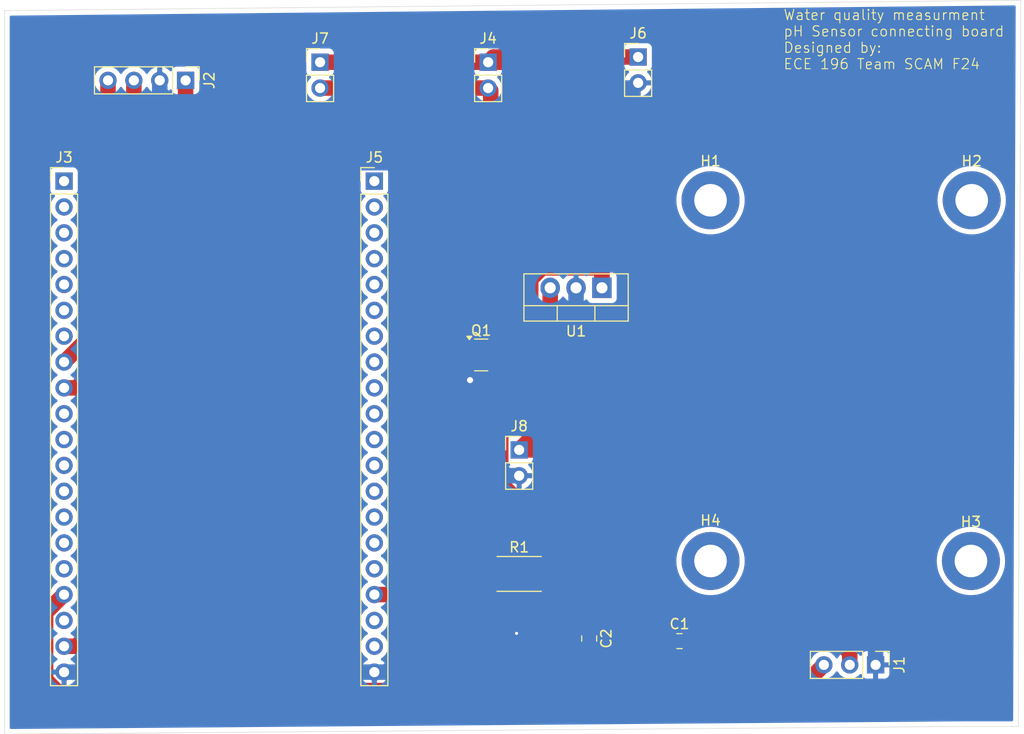
<source format=kicad_pcb>
(kicad_pcb (version 20240108) (generator "pcbnew") (generator_version "8.0")
  (layers (0 "F.Cu" signal) (31 "B.Cu" signal) (34 "B.Paste" user) (35 "F.Paste" user) (36 "B.SilkS" user "B.Silkscreen") (37 "F.SilkS" user "F.Silkscreen") (38 "B.Mask" user) (39 "F.Mask" user) (44 "Edge.Cuts" user))
  (net 0 "")
  (net 3 "/3.3")
  (net 4 "pH sen. input")
  (net 18 "SDA")
  (net 19 "SCL")
  (net 20 "GND")
  (net 21 "/IO26")
  (net 40 "Net-(Q1-G)")
  (net 41 "Net-(J8-Pin_1)")
  (net 42 "Net-(J4-Pin_1)")
  (net 43 "Net-(J4-Pin_2)")
  (footprint "Capacitor_SMD:C_0805_2012Metric_Pad1.18x1.45mm_HandSolder" (layer "F.Cu") (at 148.6115 109.474 -90)
    (property "Reference" "C2" (at 0 -1.68 90) (layer "F.SilkS"))
    (property "Value" "0.22u")
    (fp_line (start -0.261252 0.735) (end 0.261252 0.735) (stroke (width 0.12)) (layer "F.SilkS"))
    (fp_line (start -0.261252 -0.735) (end 0.261252 -0.735) (stroke (width 0.12)) (layer "F.SilkS"))
    (pad "1" smd roundrect (at -1.0375 0 270) (size 1.175 1.45) (layers "F.Cu" "F.Paste" "F.Mask") (roundrect_rratio 0.212766) (net 42 "Net-(J4-Pin_1)"))
    (pad "2" smd roundrect (at 1.0375 0 270) (size 1.175 1.45) (layers "F.Cu" "F.Paste" "F.Mask") (roundrect_rratio 0.212766) (net 20 "GND"))
  )
  (footprint "MountingHole:MountingHole_3.2mm_M3_ISO7380_Pad_TopBottom" (layer "F.Cu") (at 186.182 66.3956)
    (property "Reference" "H2" (at 0 -3.85 0) (layer "F.SilkS"))
    (property "Value" "MountingHole")
    (pad "1" thru_hole circle (at 0 0) (size 3.6 3.6) (drill 3.2) (layers "*.Cu" "*.Mask"))
    (pad "1" connect circle (at 0 0) (size 5.7 5.7) (layers "F.Cu" "F.Mask"))
    (pad "1" connect circle (at 0 0) (size 5.7 5.7) (layers "B.Cu" "B.Mask"))
  )
  (footprint "Connector_PinHeader_2.54mm:PinHeader_1x02_P2.54mm_Vertical" (layer "F.Cu") (at 122.174 52.827)
    (property "Reference" "J7" (at 0 -2.33 0) (layer "F.SilkS"))
    (property "Value" "Conn_01x02_MountingPin")
    (fp_line (start -1.33 -1.33) (end 0 -1.33) (stroke (width 0.12)) (layer "F.SilkS"))
    (fp_line (start -1.33 0) (end -1.33 -1.33) (stroke (width 0.12)) (layer "F.SilkS"))
    (fp_line (start -1.33 1.27) (end -1.33 3.87) (stroke (width 0.12)) (layer "F.SilkS"))
    (fp_line (start -1.33 1.27) (end 1.33 1.27) (stroke (width 0.12)) (layer "F.SilkS"))
    (fp_line (start -1.33 3.87) (end 1.33 3.87) (stroke (width 0.12)) (layer "F.SilkS"))
    (fp_line (start 1.33 1.27) (end 1.33 3.87) (stroke (width 0.12)) (layer "F.SilkS"))
    (pad "1" thru_hole rect (at 0 0) (size 1.7 1.7) (drill 1) (layers "*.Cu" "*.Mask") (net 42 "Net-(J4-Pin_1)"))
    (pad "2" thru_hole oval (at 0 2.54) (size 1.7 1.7) (drill 1) (layers "*.Cu" "*.Mask") (net 43 "Net-(J4-Pin_2)"))
  )
  (footprint "Connector_PinHeader_2.54mm:PinHeader_1x03_P2.54mm_Vertical" (layer "F.Cu") (at 176.7436 112.0648 -90)
    (property "Reference" "J1" (at 0 -2.33 90) (layer "F.SilkS"))
    (property "Value" "pH Sensor")
    (fp_line (start -1.33 6.41) (end 1.33 6.41) (stroke (width 0.12)) (layer "F.SilkS"))
    (fp_line (start -1.33 1.27) (end -1.33 6.41) (stroke (width 0.12)) (layer "F.SilkS"))
    (fp_line (start -1.33 1.27) (end 1.33 1.27) (stroke (width 0.12)) (layer "F.SilkS"))
    (fp_line (start 1.33 1.27) (end 1.33 6.41) (stroke (width 0.12)) (layer "F.SilkS"))
    (fp_line (start -1.33 0) (end -1.33 -1.33) (stroke (width 0.12)) (layer "F.SilkS"))
    (fp_line (start -1.33 -1.33) (end 0 -1.33) (stroke (width 0.12)) (layer "F.SilkS"))
    (pad "1" thru_hole rect (at 0 0 270) (size 1.7 1.7) (drill 1) (layers "*.Cu" "*.Mask") (net 20 "GND"))
    (pad "2" thru_hole oval (at 0 2.54 270) (size 1.7 1.7) (drill 1) (layers "*.Cu" "*.Mask") (net 3 "/3.3"))
    (pad "3" thru_hole oval (at 0 5.08 270) (size 1.7 1.7) (drill 1) (layers "*.Cu" "*.Mask") (net 4 "pH sen. input"))
  )
  (footprint "Connector_PinHeader_2.54mm:PinHeader_1x04_P2.54mm_Vertical" (layer "F.Cu") (at 108.966 54.61 -90)
    (property "Reference" "J2" (at 0 -2.33 90) (layer "F.SilkS"))
    (property "Value" "OLED Screen")
    (fp_line (start -1.33 8.95) (end 1.33 8.95) (stroke (width 0.12)) (layer "F.SilkS"))
    (fp_line (start -1.33 1.27) (end -1.33 8.95) (stroke (width 0.12)) (layer "F.SilkS"))
    (fp_line (start -1.33 1.27) (end 1.33 1.27) (stroke (width 0.12)) (layer "F.SilkS"))
    (fp_line (start 1.33 1.27) (end 1.33 8.95) (stroke (width 0.12)) (layer "F.SilkS"))
    (fp_line (start -1.33 0) (end -1.33 -1.33) (stroke (width 0.12)) (layer "F.SilkS"))
    (fp_line (start -1.33 -1.33) (end 0 -1.33) (stroke (width 0.12)) (layer "F.SilkS"))
    (pad "1" thru_hole rect (at 0 0 270) (size 1.7 1.7) (drill 1) (layers "*.Cu" "*.Mask") (net 3 "/3.3"))
    (pad "2" thru_hole oval (at 0 2.54 270) (size 1.7 1.7) (drill 1) (layers "*.Cu" "*.Mask") (net 20 "GND"))
    (pad "3" thru_hole oval (at 0 5.08 270) (size 1.7 1.7) (drill 1) (layers "*.Cu" "*.Mask") (net 19 "SCL"))
    (pad "4" thru_hole oval (at 0 7.62 270) (size 1.7 1.7) (drill 1) (layers "*.Cu" "*.Mask") (net 18 "SDA"))
  )
  (footprint "Package_TO_SOT_THT:TO-220-3_Vertical" (layer "F.Cu") (at 149.86 75.001 180)
    (property "Reference" "U1" (at 2.54 -4.27 0) (layer "F.SilkS"))
    (property "Value" "LM7805_TO220")
    (fp_line (start 7.66 -3.27) (end 7.66 1.371) (stroke (width 0.12)) (layer "F.SilkS"))
    (fp_line (start 4.391 -3.27) (end 4.391 -1.76) (stroke (width 0.12)) (layer "F.SilkS"))
    (fp_line (start 0.69 -3.27) (end 0.69 -1.76) (stroke (width 0.12)) (layer "F.SilkS"))
    (fp_line (start -2.58 1.371) (end 7.66 1.371) (stroke (width 0.12)) (layer "F.SilkS"))
    (fp_line (start -2.58 -1.76) (end 7.66 -1.76) (stroke (width 0.12)) (layer "F.SilkS"))
    (fp_line (start -2.58 -3.27) (end 7.66 -3.27) (stroke (width 0.12)) (layer "F.SilkS"))
    (fp_line (start -2.58 -3.27) (end -2.58 1.371) (stroke (width 0.12)) (layer "F.SilkS"))
    (pad "1" thru_hole rect (at 0 0 180) (size 1.905 2) (drill 1.1) (layers "*.Cu" "*.Mask") (net 42 "Net-(J4-Pin_1)"))
    (pad "2" thru_hole oval (at 2.54 0 180) (size 1.905 2) (drill 1.1) (layers "*.Cu" "*.Mask") (net 20 "GND"))
    (pad "3" thru_hole oval (at 5.08 0 180) (size 1.905 2) (drill 1.1) (layers "*.Cu" "*.Mask") (net 41 "Net-(J8-Pin_1)"))
  )
  (footprint "MountingHole:MountingHole_3.2mm_M3_ISO7380_Pad_TopBottom" (layer "F.Cu") (at 186.1058 101.854)
    (property "Reference" "H3" (at 0 -3.85 0) (layer "F.SilkS"))
    (property "Value" "MountingHole")
    (pad "1" thru_hole circle (at 0 0) (size 3.6 3.6) (drill 3.2) (layers "*.Cu" "*.Mask"))
    (pad "1" connect circle (at 0 0) (size 5.7 5.7) (layers "F.Cu" "F.Mask"))
    (pad "1" connect circle (at 0 0) (size 5.7 5.7) (layers "B.Cu" "B.Mask"))
  )
  (footprint "Connector_PinHeader_2.54mm:PinHeader_1x02_P2.54mm_Vertical" (layer "F.Cu") (at 153.416 52.314)
    (property "Reference" "J6" (at 0 -2.33 0) (layer "F.SilkS"))
    (property "Value" "9V Battery Enclosure")
    (fp_line (start -1.33 -1.33) (end 0 -1.33) (stroke (width 0.12)) (layer "F.SilkS"))
    (fp_line (start -1.33 0) (end -1.33 -1.33) (stroke (width 0.12)) (layer "F.SilkS"))
    (fp_line (start -1.33 1.27) (end -1.33 3.87) (stroke (width 0.12)) (layer "F.SilkS"))
    (fp_line (start -1.33 1.27) (end 1.33 1.27) (stroke (width 0.12)) (layer "F.SilkS"))
    (fp_line (start -1.33 3.87) (end 1.33 3.87) (stroke (width 0.12)) (layer "F.SilkS"))
    (fp_line (start 1.33 1.27) (end 1.33 3.87) (stroke (width 0.12)) (layer "F.SilkS"))
    (pad "1" thru_hole rect (at 0 0) (size 1.7 1.7) (drill 1) (layers "*.Cu" "*.Mask") (net 42 "Net-(J4-Pin_1)"))
    (pad "2" thru_hole oval (at 0 2.54) (size 1.7 1.7) (drill 1) (layers "*.Cu" "*.Mask") (net 20 "GND"))
  )
  (footprint "Connector_PinHeader_2.54mm:PinHeader_1x02_P2.54mm_Vertical" (layer "F.Cu") (at 141.732 90.932)
    (property "Reference" "J8" (at 0 -2.33 0) (layer "F.SilkS"))
    (property "Value" "9V Battery Enclosure")
    (fp_line (start -1.33 -1.33) (end 0 -1.33) (stroke (width 0.12)) (layer "F.SilkS"))
    (fp_line (start -1.33 0) (end -1.33 -1.33) (stroke (width 0.12)) (layer "F.SilkS"))
    (fp_line (start -1.33 1.27) (end -1.33 3.87) (stroke (width 0.12)) (layer "F.SilkS"))
    (fp_line (start -1.33 1.27) (end 1.33 1.27) (stroke (width 0.12)) (layer "F.SilkS"))
    (fp_line (start -1.33 3.87) (end 1.33 3.87) (stroke (width 0.12)) (layer "F.SilkS"))
    (fp_line (start 1.33 1.27) (end 1.33 3.87) (stroke (width 0.12)) (layer "F.SilkS"))
    (pad "1" thru_hole rect (at 0 0) (size 1.7 1.7) (drill 1) (layers "*.Cu" "*.Mask") (net 41 "Net-(J8-Pin_1)"))
    (pad "2" thru_hole oval (at 0 2.54) (size 1.7 1.7) (drill 1) (layers "*.Cu" "*.Mask") (net 20 "GND"))
  )
  (footprint "Connector_PinHeader_2.54mm:PinHeader_1x02_P2.54mm_Vertical" (layer "F.Cu") (at 138.684 52.827)
    (property "Reference" "J4" (at 0 -2.33 0) (layer "F.SilkS"))
    (property "Value" "Conn_01x02_MountingPin")
    (fp_line (start -1.33 -1.33) (end 0 -1.33) (stroke (width 0.12)) (layer "F.SilkS"))
    (fp_line (start -1.33 0) (end -1.33 -1.33) (stroke (width 0.12)) (layer "F.SilkS"))
    (fp_line (start -1.33 1.27) (end -1.33 3.87) (stroke (width 0.12)) (layer "F.SilkS"))
    (fp_line (start -1.33 1.27) (end 1.33 1.27) (stroke (width 0.12)) (layer "F.SilkS"))
    (fp_line (start -1.33 3.87) (end 1.33 3.87) (stroke (width 0.12)) (layer "F.SilkS"))
    (fp_line (start 1.33 1.27) (end 1.33 3.87) (stroke (width 0.12)) (layer "F.SilkS"))
    (pad "1" thru_hole rect (at 0 0) (size 1.7 1.7) (drill 1) (layers "*.Cu" "*.Mask") (net 42 "Net-(J4-Pin_1)"))
    (pad "2" thru_hole oval (at 0 2.54) (size 1.7 1.7) (drill 1) (layers "*.Cu" "*.Mask") (net 43 "Net-(J4-Pin_2)"))
  )
  (footprint "MountingHole:MountingHole_3.2mm_M3_ISO7380_Pad_TopBottom" (layer "F.Cu") (at 160.528 101.854)
    (property "Reference" "H4" (at 0 -3.9878 0) (layer "F.SilkS"))
    (property "Value" "MountingHole")
    (pad "1" thru_hole circle (at 0 0) (size 3.6 3.6) (drill 3.2) (layers "*.Cu" "*.Mask"))
    (pad "1" connect circle (at 0 0) (size 5.7 5.7) (layers "F.Cu" "F.Mask"))
    (pad "1" connect circle (at 0 0) (size 5.7 5.7) (layers "B.Cu" "B.Mask"))
  )
  (footprint "Resistor_SMD:R_2512_6332Metric" (layer "F.Cu") (at 141.732 103.124)
    (property "Reference" "R1" (at 0 -2.62 0) (layer "F.SilkS"))
    (property "Value" "1k")
    (fp_line (start -2.177064 -1.71) (end 2.177064 -1.71) (stroke (width 0.12)) (layer "F.SilkS"))
    (fp_line (start -2.177064 1.71) (end 2.177064 1.71) (stroke (width 0.12)) (layer "F.SilkS"))
    (pad "1" smd roundrect (at -2.9625 0) (size 1.225 3.35) (layers "F.Cu" "F.Paste" "F.Mask") (roundrect_rratio 0.204082) (net 21 "/IO26"))
    (pad "2" smd roundrect (at 2.9625 0) (size 1.225 3.35) (layers "F.Cu" "F.Paste" "F.Mask") (roundrect_rratio 0.204082) (net 40 "Net-(Q1-G)"))
  )
  (footprint "Connector_PinHeader_2.54mm:PinHeader_1x20_P2.54mm_Vertical" (layer "F.Cu") (at 97.028 64.516)
    (property "Reference" "J3" (at 0 -2.33 0) (layer "F.SilkS"))
    (property "Value" "MountingPin_IO1")
    (fp_line (start -1.33 -1.33) (end 0 -1.33) (stroke (width 0.12)) (layer "F.SilkS"))
    (fp_line (start -1.33 0) (end -1.33 -1.33) (stroke (width 0.12)) (layer "F.SilkS"))
    (fp_line (start -1.33 1.27) (end -1.33 49.59) (stroke (width 0.12)) (layer "F.SilkS"))
    (fp_line (start -1.33 1.27) (end 1.33 1.27) (stroke (width 0.12)) (layer "F.SilkS"))
    (fp_line (start -1.33 49.59) (end 1.33 49.59) (stroke (width 0.12)) (layer "F.SilkS"))
    (fp_line (start 1.33 1.27) (end 1.33 49.59) (stroke (width 0.12)) (layer "F.SilkS"))
    (pad "1" thru_hole rect (at 0 0) (size 1.7 1.7) (drill 1) (layers "*.Cu" "*.Mask"))
    (pad "2" thru_hole oval (at 0 2.54) (size 1.7 1.7) (drill 1) (layers "*.Cu" "*.Mask"))
    (pad "3" thru_hole oval (at 0 5.08) (size 1.7 1.7) (drill 1) (layers "*.Cu" "*.Mask"))
    (pad "4" thru_hole oval (at 0 7.62) (size 1.7 1.7) (drill 1) (layers "*.Cu" "*.Mask"))
    (pad "5" thru_hole oval (at 0 10.16) (size 1.7 1.7) (drill 1) (layers "*.Cu" "*.Mask"))
    (pad "6" thru_hole oval (at 0 12.7) (size 1.7 1.7) (drill 1) (layers "*.Cu" "*.Mask"))
    (pad "7" thru_hole oval (at 0 15.24) (size 1.7 1.7) (drill 1) (layers "*.Cu" "*.Mask"))
    (pad "8" thru_hole oval (at 0 17.78) (size 1.7 1.7) (drill 1) (layers "*.Cu" "*.Mask") (net 18 "SDA"))
    (pad "9" thru_hole oval (at 0 20.32) (size 1.7 1.7) (drill 1) (layers "*.Cu" "*.Mask") (net 19 "SCL"))
    (pad "10" thru_hole oval (at 0 22.86) (size 1.7 1.7) (drill 1) (layers "*.Cu" "*.Mask"))
    (pad "11" thru_hole oval (at 0 25.4) (size 1.7 1.7) (drill 1) (layers "*.Cu" "*.Mask"))
    (pad "12" thru_hole oval (at 0 27.94) (size 1.7 1.7) (drill 1) (layers "*.Cu" "*.Mask"))
    (pad "13" thru_hole oval (at 0 30.48) (size 1.7 1.7) (drill 1) (layers "*.Cu" "*.Mask"))
    (pad "14" thru_hole oval (at 0 33.02) (size 1.7 1.7) (drill 1) (layers "*.Cu" "*.Mask"))
    (pad "15" thru_hole oval (at 0 35.56) (size 1.7 1.7) (drill 1) (layers "*.Cu" "*.Mask"))
    (pad "16" thru_hole oval (at 0 38.1) (size 1.7 1.7) (drill 1) (layers "*.Cu" "*.Mask"))
    (pad "17" thru_hole oval (at 0 40.64) (size 1.7 1.7) (drill 1) (layers "*.Cu" "*.Mask") (net 4 "pH sen. input"))
    (pad "18" thru_hole oval (at 0 43.18) (size 1.7 1.7) (drill 1) (layers "*.Cu" "*.Mask"))
    (pad "19" thru_hole oval (at 0 45.72) (size 1.7 1.7) (drill 1) (layers "*.Cu" "*.Mask") (net 3 "/3.3"))
    (pad "20" thru_hole oval (at 0 48.26) (size 1.7 1.7) (drill 1) (layers "*.Cu" "*.Mask") (net 20 "GND"))
  )
  (footprint "Connector_PinHeader_2.54mm:PinHeader_1x20_P2.54mm_Vertical" (layer "F.Cu") (at 127.508 64.516)
    (property "Reference" "J5" (at 0 -2.33 0) (layer "F.SilkS"))
    (property "Value" "MountingPin_IO46")
    (fp_line (start -1.33 -1.33) (end 0 -1.33) (stroke (width 0.12)) (layer "F.SilkS"))
    (fp_line (start -1.33 0) (end -1.33 -1.33) (stroke (width 0.12)) (layer "F.SilkS"))
    (fp_line (start -1.33 1.27) (end -1.33 49.59) (stroke (width 0.12)) (layer "F.SilkS"))
    (fp_line (start -1.33 1.27) (end 1.33 1.27) (stroke (width 0.12)) (layer "F.SilkS"))
    (fp_line (start -1.33 49.59) (end 1.33 49.59) (stroke (width 0.12)) (layer "F.SilkS"))
    (fp_line (start 1.33 1.27) (end 1.33 49.59) (stroke (width 0.12)) (layer "F.SilkS"))
    (pad "1" thru_hole rect (at 0 0) (size 1.7 1.7) (drill 1) (layers "*.Cu" "*.Mask"))
    (pad "2" thru_hole oval (at 0 2.54) (size 1.7 1.7) (drill 1) (layers "*.Cu" "*.Mask"))
    (pad "3" thru_hole oval (at 0 5.08) (size 1.7 1.7) (drill 1) (layers "*.Cu" "*.Mask"))
    (pad "4" thru_hole oval (at 0 7.62) (size 1.7 1.7) (drill 1) (layers "*.Cu" "*.Mask"))
    (pad "5" thru_hole oval (at 0 10.16) (size 1.7 1.7) (drill 1) (layers "*.Cu" "*.Mask"))
    (pad "6" thru_hole oval (at 0 12.7) (size 1.7 1.7) (drill 1) (layers "*.Cu" "*.Mask"))
    (pad "7" thru_hole oval (at 0 15.24) (size 1.7 1.7) (drill 1) (layers "*.Cu" "*.Mask"))
    (pad "8" thru_hole oval (at 0 17.78) (size 1.7 1.7) (drill 1) (layers "*.Cu" "*.Mask"))
    (pad "9" thru_hole oval (at 0 20.32) (size 1.7 1.7) (drill 1) (layers "*.Cu" "*.Mask"))
    (pad "10" thru_hole oval (at 0 22.86) (size 1.7 1.7) (drill 1) (layers "*.Cu" "*.Mask"))
    (pad "11" thru_hole oval (at 0 25.4) (size 1.7 1.7) (drill 1) (layers "*.Cu" "*.Mask"))
    (pad "12" thru_hole oval (at 0 27.94) (size 1.7 1.7) (drill 1) (layers "*.Cu" "*.Mask"))
    (pad "13" thru_hole oval (at 0 30.48) (size 1.7 1.7) (drill 1) (layers "*.Cu" "*.Mask"))
    (pad "14" thru_hole oval (at 0 33.02) (size 1.7 1.7) (drill 1) (layers "*.Cu" "*.Mask"))
    (pad "15" thru_hole oval (at 0 35.56) (size 1.7 1.7) (drill 1) (layers "*.Cu" "*.Mask"))
    (pad "16" thru_hole oval (at 0 38.1) (size 1.7 1.7) (drill 1) (layers "*.Cu" "*.Mask"))
    (pad "17" thru_hole oval (at 0 40.64) (size 1.7 1.7) (drill 1) (layers "*.Cu" "*.Mask") (net 21 "/IO26"))
    (pad "18" thru_hole oval (at 0 43.18) (size 1.7 1.7) (drill 1) (layers "*.Cu" "*.Mask"))
    (pad "19" thru_hole oval (at 0 45.72) (size 1.7 1.7) (drill 1) (layers "*.Cu" "*.Mask"))
    (pad "20" thru_hole oval (at 0 48.26) (size 1.7 1.7) (drill 1) (layers "*.Cu" "*.Mask") (net 20 "GND"))
  )
  (footprint "MountingHole:MountingHole_3.2mm_M3_ISO7380_Pad_TopBottom" (layer "F.Cu") (at 160.528 66.3956)
    (property "Reference" "H1" (at 0 -3.85 0) (layer "F.SilkS"))
    (property "Value" "MountingHole")
    (pad "1" thru_hole circle (at 0 0) (size 3.6 3.6) (drill 3.2) (layers "*.Cu" "*.Mask"))
    (pad "1" connect circle (at 0 0) (size 5.7 5.7) (layers "F.Cu" "F.Mask"))
    (pad "1" connect circle (at 0 0) (size 5.7 5.7) (layers "B.Cu" "B.Mask"))
  )
  (footprint "Package_TO_SOT_SMD:SOT-23" (layer "F.Cu") (at 138.0005 81.6)
    (property "Reference" "Q1" (at 0 -2.4 0) (layer "F.SilkS"))
    (property "Value" "PMV15UNEAR")
    (fp_line (start 0 -1.56) (end -0.65 -1.56) (stroke (width 0.12)) (layer "F.SilkS"))
    (fp_line (start 0 -1.56) (end 0.65 -1.56) (stroke (width 0.12)) (layer "F.SilkS"))
    (fp_line (start 0 1.56) (end -0.65 1.56) (stroke (width 0.12)) (layer "F.SilkS"))
    (fp_line (start 0 1.56) (end 0.65 1.56) (stroke (width 0.12)) (layer "F.SilkS"))
    (fp_poly (pts (xy -1.1625 -1.51) (xy -1.4025 -1.84) (xy -0.9225 -1.84) (xy -1.1625 -1.51)) (stroke (width 0.12)) (fill solid) (layer "F.SilkS"))
    (pad "1" smd roundrect (at -0.9375 -0.95) (size 1.475 0.6) (layers "F.Cu" "F.Paste" "F.Mask") (net 40 "Net-(Q1-G)"))
    (pad "2" smd roundrect (at -0.9375 0.95) (size 1.475 0.6) (layers "F.Cu" "F.Paste" "F.Mask") (net 20 "GND"))
    (pad "3" smd roundrect (at 0.9375 0) (size 1.475 0.6) (layers "F.Cu" "F.Paste" "F.Mask") (net 43 "Net-(J4-Pin_2)"))
  )
  (footprint "Capacitor_SMD:C_0805_2012Metric_Pad1.18x1.45mm_HandSolder" (layer "F.Cu") (at 157.48 109.728)
    (property "Reference" "C1" (at 0 -1.68 0) (layer "F.SilkS"))
    (property "Value" "0.1u")
    (fp_line (start -0.261252 -0.735) (end 0.261252 -0.735) (stroke (width 0.12)) (layer "F.SilkS"))
    (fp_line (start -0.261252 0.735) (end 0.261252 0.735) (stroke (width 0.12)) (layer "F.SilkS"))
    (pad "1" smd roundrect (at -1.0375 0) (size 1.175 1.45) (layers "F.Cu" "F.Paste" "F.Mask") (roundrect_rratio 0.212766) (net 41 "Net-(J8-Pin_1)"))
    (pad "2" smd roundrect (at 1.0375 0) (size 1.175 1.45) (layers "F.Cu" "F.Paste" "F.Mask") (roundrect_rratio 0.212766) (net 20 "GND"))
  )
  (gr_line (start 191.008 46.736) (end 190.754 118.11) (stroke (width 0.05)) (layer "Edge.Cuts"))
  (gr_line (start 191.008 46.736) (end 91.186 47.752) (stroke (width 0.05)) (layer "Edge.Cuts"))
  (gr_line (start 185.928 118.11) (end 91.186 118.872) (stroke (width 0.05)) (layer "Edge.Cuts"))
  (gr_line (start 185.928 118.11) (end 190.754 118.11) (stroke (width 0.05)) (layer "Edge.Cuts"))
  (gr_line (start 91.186 47.752) (end 91.186 118.872) (stroke (width 0.05)) (layer "Edge.Cuts"))
  (gr_text "Water quality measurment\npH Sensor connecting board\nDesigned by:\nECE 196 Team SCAM F24" (at 167.64 53.594 0) (layer "F.SilkS") (effects (font (size 1 1) (thickness 0.1)) (justify left bottom)))
  (segment (start 174.2036 112.0648) (end 174.2036 110.862719) (width 1.524) (layer "F.Cu") (net 3))
  (segment (start 123.986 114.588) (end 108.93204 99.53404) (width 1.524) (layer "F.Cu") (net 3))
  (segment (start 108.966 54.61) (end 108.966 99.500081) (width 1.524) (layer "F.Cu") (net 3))
  (segment (start 160.588881 114.588) (end 123.986 114.588) (width 1.524) (layer "F.Cu") (net 3))
  (segment (start 108.966 99.500081) (end 108.93204 99.53404) (width 1.524) (layer "F.Cu") (net 3))
  (segment (start 98.230081 110.236) (end 97.028 110.236) (width 1.524) (layer "F.Cu") (net 3))
  (segment (start 174.2036 110.862719) (end 169.258881 105.918) (width 1.524) (layer "F.Cu") (net 3))
  (segment (start 169.258881 105.918) (end 160.588881 114.588) (width 1.524) (layer "F.Cu") (net 3))
  (segment (start 108.93204 99.53404) (end 98.230081 110.236) (width 1.524) (layer "F.Cu") (net 3))
  (segment (start 95.216 113.526555) (end 98.001445 116.312) (width 1.524) (layer "F.Cu") (net 4))
  (segment (start 167.4164 116.312) (end 171.6636 112.0648) (width 1.524) (layer "F.Cu") (net 4))
  (segment (start 95.216 106.945445) (end 95.216 113.526555) (width 1.524) (layer "F.Cu") (net 4))
  (segment (start 97.005445 105.156) (end 95.216 106.945445) (width 1.524) (layer "F.Cu") (net 4))
  (segment (start 97.028 105.156) (end 97.005445 105.156) (width 1.524) (layer "F.Cu") (net 4))
  (segment (start 98.001445 116.312) (end 167.4164 116.312) (width 1.524) (layer "F.Cu") (net 4))
  (segment (start 97.050555 82.296) (end 97.028 82.296) (width 1.524) (layer "F.Cu") (net 18))
  (segment (start 101.346 78.000555) (end 97.050555 82.296) (width 1.524) (layer "F.Cu") (net 18))
  (segment (start 101.346 54.61) (end 101.346 78.000555) (width 1.524) (layer "F.Cu") (net 18))
  (segment (start 103.886 79.180081) (end 98.230081 84.836) (width 1.524) (layer "F.Cu") (net 19))
  (segment (start 98.230081 84.836) (end 97.028 84.836) (width 1.524) (layer "F.Cu") (net 19))
  (segment (start 103.886 54.61) (end 103.886 79.180081) (width 1.524) (layer "F.Cu") (net 19))
  (segment (start 149.552 111.452) (end 157.534 111.452) (width 1.524) (layer "F.Cu") (net 20))
  (segment (start 137.063 82.55) (end 137.063 83.917) (width 0.4) (layer "F.Cu") (net 20))
  (segment (start 148.6115 110.5115) (end 149.552 111.452) (width 1.524) (layer "F.Cu") (net 20))
  (segment (start 137.063 83.917) (end 136.906 84.074) (width 0.25) (layer "F.Cu") (net 20))
  (segment (start 148.6115 110.5115) (end 143.0235 110.5115) (width 1.524) (layer "F.Cu") (net 20))
  (segment (start 158.5175 110.4685) (end 158.5175 109.728) (width 1.524) (layer "F.Cu") (net 20))
  (segment (start 157.534 111.452) (end 158.5175 110.4685) (width 1.524) (layer "F.Cu") (net 20))
  (segment (start 143.0235 110.5115) (end 141.478 108.966) (width 1.524) (layer "F.Cu") (net 20))
  (via (at 141.478 108.966) (size 0.6) (drill 0.3) (layers "F.Cu" "B.Cu") (net 20))
  (via (at 136.906 84.074) (size 1) (drill 0.6) (layers "F.Cu" "B.Cu") (net 20))
  (segment (start 128.710081 112.776) (end 134.84004 106.64604) (width 1.524) (layer "B.Cu") (net 20))
  (segment (start 139.15804 106.64604) (end 134.84004 106.64604) (width 1.524) (layer "B.Cu") (net 20))
  (segment (start 176.7436 112.0648) (end 176.7436 108.542088) (width 1.524) (layer "B.Cu") (net 20))
  (segment (start 136.906 84.074) (end 136.906 82.804) (width 1.524) (layer "B.Cu") (net 20))
  (segment (start 137.063 82.647) (end 137.063 82.55) (width 1.524) (layer "B.Cu") (net 20))
  (segment (start 106.426 55.812081) (end 113.317919 62.704) (width 1.524) (layer "B.Cu") (net 20))
  (segment (start 134.84004 106.64604) (end 136.906 104.580081) (width 1.524) (layer "B.Cu") (net 20))
  (segment (start 129.32 62.704) (end 137.16 70.544) (width 1.524) (layer "B.Cu") (net 20))
  (segment (start 153.416 54.854) (end 137.726 70.544) (width 1.524) (layer "B.Cu") (net 20))
  (segment (start 136.906 89.848081) (end 136.906 84.074) (width 1.524) (layer "B.Cu") (net 20))
  (segment (start 97.028 112.776) (end 127.508 112.776) (width 1.524) (layer "B.Cu") (net 20))
  (segment (start 137.063 82.55) (end 137.063 82.139) (width 1.524) (layer "B.Cu") (net 20))
  (segment (start 151.005512 82.804) (end 136.906 82.804) (width 1.524) (layer "B.Cu") (net 20))
  (segment (start 137.16 82.042) (end 137.16 70.544) (width 1.524) (layer "B.Cu") (net 20))
  (segment (start 136.906 82.804) (end 137.063 82.647) (width 1.524) (layer "B.Cu") (net 20))
  (segment (start 113.317919 62.704) (end 129.32 62.704) (width 1.524) (layer "B.Cu") (net 20))
  (segment (start 106.426 54.61) (end 106.426 55.812081) (width 1.524) (layer "B.Cu") (net 20))
  (segment (start 136.906 104.580081) (end 136.906 82.804) (width 1.524) (layer "B.Cu") (net 20))
  (segment (start 137.726 70.544) (end 137.16 70.544) (width 1.524) (layer "B.Cu") (net 20))
  (segment (start 147.32 75.001) (end 147.32 79.118488) (width 1.524) (layer "B.Cu") (net 20))
  (segment (start 141.732 93.472) (end 140.529919 93.472) (width 1.524) (layer "B.Cu") (net 20))
  (segment (start 176.7436 108.542088) (end 151.005512 82.804) (width 1.524) (layer "B.Cu") (net 20))
  (segment (start 176.7436 112.0648) (end 176.7436 112.087355) (width 1.524) (layer "B.Cu") (net 20))
  (segment (start 141.478 108.966) (end 139.15804 106.64604) (width 1.524) (layer "B.Cu") (net 20))
  (segment (start 147.32 79.118488) (end 151.005512 82.804) (width 1.524) (layer "B.Cu") (net 20))
  (segment (start 137.063 82.139) (end 137.16 82.042) (width 1.524) (layer "B.Cu") (net 20))
  (segment (start 127.508 112.776) (end 128.710081 112.776) (width 1.524) (layer "B.Cu") (net 20))
  (segment (start 140.529919 93.472) (end 136.906 89.848081) (width 1.524) (layer "B.Cu") (net 20))
  (segment (start 138.7695 103.124) (end 136.7375 105.156) (width 1.524) (layer "F.Cu") (net 21))
  (segment (start 136.7375 105.156) (end 127.508 105.156) (width 1.524) (layer "F.Cu") (net 21))
  (segment (start 135.3635 93.793) (end 135.3635 81.935238) (width 1.524) (layer "F.Cu") (net 40))
  (segment (start 144.6945 103.124) (end 135.3635 93.793) (width 1.524) (layer "F.Cu") (net 40))
  (segment (start 136.648738 80.65) (end 137.063 80.65) (width 1.524) (layer "F.Cu") (net 40))
  (segment (start 135.3635 81.935238) (end 136.648738 80.65) (width 1.524) (layer "F.Cu") (net 40))
  (segment (start 141.732 90.932) (end 144.106 90.932) (width 1.524) (layer "F.Cu") (net 41))
  (segment (start 144.78 87.884) (end 141.732 90.932) (width 1.524) (layer "F.Cu") (net 41))
  (segment (start 144.106 90.932) (end 156.4425 103.2685) (width 1.524) (layer "F.Cu") (net 41))
  (segment (start 144.78 75.001) (end 144.78 87.884) (width 1.524) (layer "F.Cu") (net 41))
  (segment (start 156.4425 103.2685) (end 156.4425 109.728) (width 1.524) (layer "F.Cu") (net 41))
  (segment (start 149.86 75.001) (end 149.86 61.629) (width 1.524) (layer "F.Cu") (net 42))
  (segment (start 139.92 94.222555) (end 139.92 89.12) (width 1.524) (layer "F.Cu") (net 42))
  (segment (start 153.416 52.314) (end 139.197 52.314) (width 1.524) (layer "F.Cu") (net 42))
  (segment (start 141.058 52.827) (end 138.684 52.827) (width 1.524) (layer "F.Cu") (net 42))
  (segment (start 148.6115 108.4365) (end 148.6115 102.914055) (width 1.524) (layer "F.Cu") (net 42))
  (segment (start 148.6115 102.914055) (end 139.92 94.222555) (width 1.524) (layer "F.Cu") (net 42))
  (segment (start 149.86 73.406) (end 149.86 75.001) (width 1.524) (layer "F.Cu") (net 42))
  (segment (start 149.86 61.629) (end 141.058 52.827) (width 1.524) (layer "F.Cu") (net 42))
  (segment (start 139.197 52.314) (end 138.684 52.827) (width 1.524) (layer "F.Cu") (net 42))
  (segment (start 149.493 73.039) (end 149.86 73.406) (width 1.524) (layer "F.Cu") (net 42))
  (segment (start 142.8655 74.160488) (end 143.986988 73.039) (width 1.524) (layer "F.Cu") (net 42))
  (segment (start 153.416 52.314) (end 153.393445 52.314) (width 1.524) (layer "F.Cu") (net 42))
  (segment (start 142.8655 86.1745) (end 142.8655 74.160488) (width 1.524) (layer "F.Cu") (net 42))
  (segment (start 122.174 52.827) (end 138.684 52.827) (width 1.524) (layer "F.Cu") (net 42))
  (segment (start 139.92 89.12) (end 142.8655 86.1745) (width 1.524) (layer "F.Cu") (net 42))
  (segment (start 143.986988 73.039) (end 149.493 73.039) (width 1.524) (layer "F.Cu") (net 42))
  (segment (start 138.684 55.367) (end 138.938 55.621) (width 1.524) (layer "F.Cu") (net 43))
  (segment (start 138.938 55.621) (end 138.938 81.6) (width 1.524) (layer "F.Cu") (net 43))
  (segment (start 122.174 55.367) (end 138.684 55.367) (width 1.524) (layer "F.Cu") (net 43))
  (zone (net 20) (net_name "GND") (layer "B.Cu") (connect_pads (clearance 0.5)) (min_thickness 0.25) (fill yes (thermal_gap 0.5) (thermal_bridge_width 0.5))
    (polygon (pts (xy 191.008 46.736) (xy 190.754 118.11) (xy 90.932 118.618) (xy 90.932 47.498)))
  )
)
</source>
